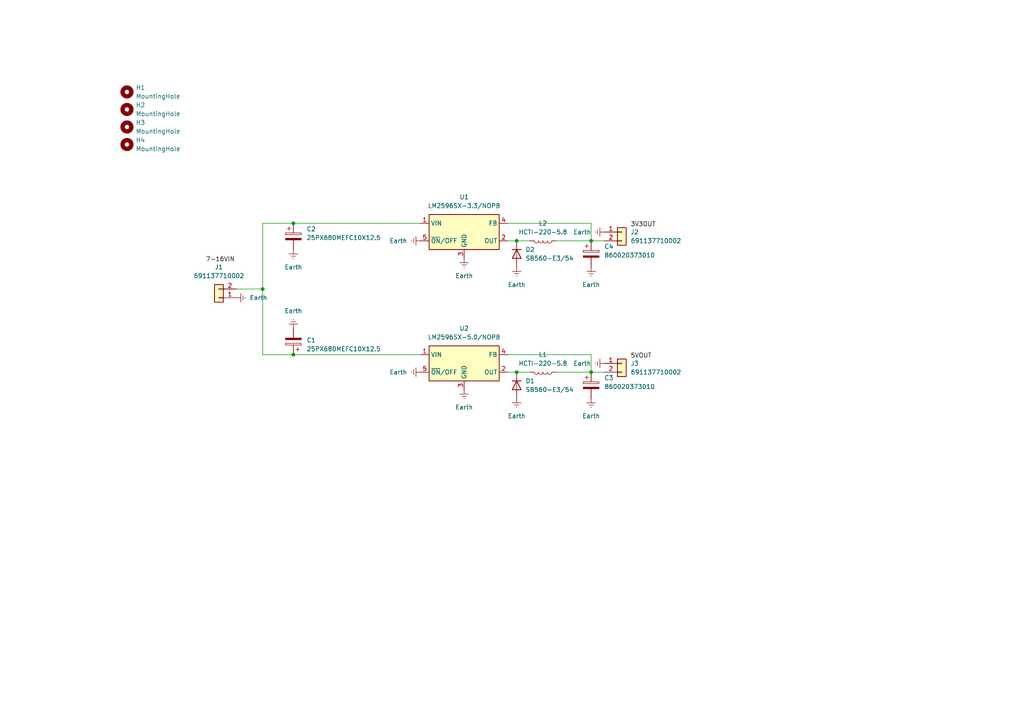
<source format=kicad_sch>
(kicad_sch (version 20231120) (generator "eeschema") (generator_version "8.0")
  (paper "A4")
  (lib_symbols
    (symbol "Connector_Generic:Conn_01x02" (pin_names (offset 1.016) hide)
      (property "Reference" "J" (at 0 2.54 0))
      (property "Value" "Conn_01x02" (at 0 -5.08 0))
      (symbol "Conn_01x02_1_1"
        (rectangle (start -1.27 -2.413) (end 0 -2.667) (stroke (width 0.1524)))
        (rectangle (start -1.27 0.127) (end 0 -0.127) (stroke (width 0.1524)))
        (rectangle (start -1.27 1.27) (end 1.27 -3.81) (stroke (width 0.254)) (fill (type background)))
        (pin passive line (at -5.08 0 0) (length 3.81) (name "Pin_1") (number "1"))
        (pin passive line (at -5.08 -2.54 0) (length 3.81) (name "Pin_2") (number "2"))
      )
    )
    (symbol "Device:C_Polarized" (pin_numbers hide) (pin_names (offset 0.254))
      (property "Reference" "C" (at 0.635 2.54 0))
      (property "Value" "C_Polarized" (at 0.635 -2.54 0))
      (symbol "C_Polarized_0_1"
        (rectangle (start -2.286 0.508) (end 2.286 1.016))
        (polyline (pts (xy -1.778 2.286) (xy -0.762 2.286)))
        (polyline (pts (xy -1.27 2.794) (xy -1.27 1.778)))
        (rectangle (start 2.286 -0.508) (end -2.286 -1.016) (fill (type outline)))
      )
      (symbol "C_Polarized_1_1"
        (pin passive line (at 0 3.81 270) (length 2.794) (name "~") (number "1"))
        (pin passive line (at 0 -3.81 90) (length 2.794) (name "~") (number "2"))
      )
    )
    (symbol "Device:D" (pin_numbers hide) (pin_names (offset 1.016) hide)
      (property "Reference" "D" (at 0 2.54 0))
      (property "Value" "D" (at 0 -2.54 0))
      (symbol "D_0_1"
        (polyline (pts (xy -1.27 1.27) (xy -1.27 -1.27)) (stroke (width 0.254)))
        (polyline (pts (xy 1.27 0) (xy -1.27 0)))
        (polyline (pts (xy 1.27 1.27) (xy 1.27 -1.27) (xy -1.27 0) (xy 1.27 1.27)) (stroke (width 0.254)))
      )
      (symbol "D_1_1"
        (pin passive line (at -3.81 0 0) (length 2.54) (name "K") (number "1"))
        (pin passive line (at 3.81 0 180) (length 2.54) (name "A") (number "2"))
      )
    )
    (symbol "Device:L" (pin_numbers hide) (pin_names (offset 1.016) hide)
      (property "Reference" "L" (at -1.27 0 90))
      (property "Value" "L" (at 1.905 0 90))
      (symbol "L_0_1"
        (arc (start 0 -2.54) (mid 0.6323 -1.905) (end 0 -1.27))
        (arc (start 0 -1.27) (mid 0.6323 -0.635) (end 0 0))
        (arc (start 0 0) (mid 0.6323 0.635) (end 0 1.27))
        (arc (start 0 1.27) (mid 0.6323 1.905) (end 0 2.54))
      )
      (symbol "L_1_1"
        (pin passive line (at 0 3.81 270) (length 1.27) (name "1") (number "1"))
        (pin passive line (at 0 -3.81 90) (length 1.27) (name "2") (number "2"))
      )
    )
    (symbol "Mechanical:MountingHole" (pin_names (offset 1.016)) (exclude_from_sim yes) (in_bom no)
      (property "Reference" "H" (at 0 5.08 0))
      (property "Value" "MountingHole" (at 0 3.175 0))
      (symbol "MountingHole_0_1"
        (circle (center 0 0) (radius 1.27) (stroke (width 1.27)))
      )
    )
    (symbol "Regulator_Switching:LM2596S-3.3"
      (property "Reference" "U" (at -10.16 6.35 0))
      (property "Value" "LM2596S-3.3" (at 0 6.35 0))
      (symbol "LM2596S-3.3_0_1"
        (rectangle (start -10.16 5.08) (end 10.16 -5.08) (stroke (width 0.254)) (fill (type background)))
      )
      (symbol "LM2596S-3.3_1_1"
        (pin power_in line (at -12.7 2.54 0) (length 2.54) (name "VIN") (number "1"))
        (pin output line (at 12.7 -2.54 180) (length 2.54) (name "OUT") (number "2"))
        (pin power_in line (at 0 -7.62 90) (length 2.54) (name "GND") (number "3"))
        (pin input line (at 12.7 2.54 180) (length 2.54) (name "FB") (number "4"))
        (pin input line (at -12.7 -2.54 0) (length 2.54) (name "~{ON}/OFF") (number "5"))
      )
    )
    (symbol "Regulator_Switching:LM2596S-5"
      (property "Reference" "U" (at -10.16 6.35 0))
      (property "Value" "LM2596S-5" (at 0 6.35 0))
      (symbol "LM2596S-5_0_1"
        (rectangle (start -10.16 5.08) (end 10.16 -5.08) (stroke (width 0.254)) (fill (type background)))
      )
      (symbol "LM2596S-5_1_1"
        (pin power_in line (at -12.7 2.54 0) (length 2.54) (name "VIN") (number "1"))
        (pin output line (at 12.7 -2.54 180) (length 2.54) (name "OUT") (number "2"))
        (pin power_in line (at 0 -7.62 90) (length 2.54) (name "GND") (number "3"))
        (pin input line (at 12.7 2.54 180) (length 2.54) (name "FB") (number "4"))
        (pin input line (at -12.7 -2.54 0) (length 2.54) (name "~{ON}/OFF") (number "5"))
      )
    )
    (symbol "power:Earth" (power) (pin_numbers hide) (pin_names (offset 0) hide)
      (property "Value" "Earth" (at 0 -3.81 0))
      (symbol "Earth_0_1"
        (polyline (pts (xy -0.635 -1.905) (xy 0.635 -1.905)))
        (polyline (pts (xy -0.127 -2.54) (xy 0.127 -2.54)))
        (polyline (pts (xy 0 -1.27) (xy 0 0)))
        (polyline (pts (xy 1.27 -1.27) (xy -1.27 -1.27)))
      )
      (symbol "Earth_1_1"
        (pin power_in line (at 0 0 270) (length 0) (name "~") (number "1"))
      )
    )
  )
  (junction (at 171.45 107.95))
  (junction (at 149.86 69.85))
  (junction (at 85.09 102.87))
  (junction (at 149.86 107.95))
  (junction (at 171.45 69.85))
  (junction (at 85.09 64.77))
  (junction (at 76.2 83.82))
  (wire (pts (xy 85.09 64.77) (xy 121.92 64.77)))
  (wire (pts (xy 171.45 69.85) (xy 175.26 69.85)))
  (wire (pts (xy 171.45 107.95) (xy 161.29 107.95)))
  (wire (pts (xy 76.2 83.82) (xy 76.2 102.87)))
  (wire (pts (xy 171.45 69.85) (xy 161.29 69.85)))
  (wire (pts (xy 147.32 69.85) (xy 149.86 69.85)))
  (wire (pts (xy 85.09 102.87) (xy 121.92 102.87)))
  (wire (pts (xy 171.45 107.95) (xy 175.26 107.95)))
  (wire (pts (xy 85.09 64.77) (xy 76.2 64.77)))
  (wire (pts (xy 68.58 83.82) (xy 76.2 83.82)))
  (wire (pts (xy 147.32 107.95) (xy 149.86 107.95)))
  (wire (pts (xy 149.86 69.85) (xy 153.67 69.85)))
  (wire (pts (xy 76.2 64.77) (xy 76.2 83.82)))
  (wire (pts (xy 147.32 102.87) (xy 171.45 102.87)))
  (wire (pts (xy 76.2 102.87) (xy 85.09 102.87)))
  (wire (pts (xy 147.32 64.77) (xy 171.45 64.77)))
  (wire (pts (xy 149.86 107.95) (xy 153.67 107.95)))
  (wire (pts (xy 171.45 102.87) (xy 171.45 107.95)))
  (wire (pts (xy 171.45 64.77) (xy 171.45 69.85)))
  (label "3V3OUT" (at 182.88 66.04 0))
  (label "7-16VIN" (at 59.69 76.2 0))
  (label "5VOUT" (at 182.88 104.14 0))
  (symbol (lib_id "power:Earth") (at 134.62 74.93 0) (unit 1)
    (property "Reference" "#PWR06" (effects (hide yes)))
    (property "Value" "Earth" (at 134.62 80.01 0))
    (property "Description" "Power symbol creates a global label with name \"Earth\"" (effects (hide yes)))
  )
  (symbol (lib_id "power:Earth") (at 149.86 115.57 0) (unit 1)
    (property "Reference" "#PWR012" (effects (hide yes)))
    (property "Value" "Earth" (at 149.86 120.65 0))
    (property "Description" "Power symbol creates a global label with name \"Earth\"" (effects (hide yes)))
  )
  (symbol (lib_id "Device:L") (at 157.48 69.85 270) (unit 1)
    (property "Reference" "L2" (at 157.48 64.77 90))
    (property "Value" "HCTI-220-5.8" (at 157.48 67.31 90))
    (property "Footprint" "Inductor_THT:L_Radial_D14.2mm_P10.00mm_Neosid_SD14" (effects (hide yes)))
    (property "Description" "Inductor" (effects (hide yes)))
  )
  (symbol (lib_id "Connector_Generic:Conn_01x02") (at 180.34 67.31 0) (unit 1)
    (property "Reference" "J2" (at 182.88 67.3099 0) (effects (justify left)))
    (property "Value" "691137710002" (at 182.88 69.8499 0) (effects (justify left)))
    (property "Footprint" "TerminalBlock:TerminalBlock_MaiXu_MX126-5.0-02P_1x02_P5.00mm" (effects (hide yes)))
    (property "Description" "Generic connector, single row, 01x02, script generated (kicad-library-utils/schlib/autogen/connector/)" (effects (hide yes)))
  )
  (symbol (lib_id "Regulator_Switching:LM2596S-5") (at 134.62 105.41 0) (unit 1)
    (property "Reference" "U2" (at 134.62 95.25 0))
    (property "Value" "LM2596SX-5.0/NOPB" (at 134.62 97.79 0))
    (property "Footprint" "Package_TO_SOT_SMD:TO-263-5_TabPin3" (effects (hide yes)))
    (property "Datasheet" "http://www.ti.com/lit/ds/symlink/lm2596.pdf" (effects (hide yes)))
    (property "Description" "5V 3A Step-Down Voltage Regulator, TO-263" (effects (hide yes)))
  )
  (symbol (lib_id "power:Earth") (at 134.62 113.03 0) (unit 1)
    (property "Reference" "#PWR07" (effects (hide yes)))
    (property "Value" "Earth" (at 134.62 118.11 0))
    (property "Description" "Power symbol creates a global label with name \"Earth\"" (effects (hide yes)))
  )
  (symbol (lib_id "power:Earth") (at 149.86 77.47 0) (unit 1)
    (property "Reference" "#PWR011" (effects (hide yes)))
    (property "Value" "Earth" (at 149.86 82.55 0))
    (property "Description" "Power symbol creates a global label with name \"Earth\"" (effects (hide yes)))
  )
  (symbol (lib_id "Mechanical:MountingHole") (at 36.83 36.83 0) (unit 1) (exclude_from_sim yes) (in_bom no)
    (property "Reference" "H3" (at 39.37 35.5599 0) (effects (justify left)))
    (property "Value" "MountingHole" (at 39.37 38.0999 0) (effects (justify left)))
    (property "Footprint" "MountingHole:MountingHole_2.5mm" (effects (hide yes)))
    (property "Description" "Mounting Hole without connection" (effects (hide yes)))
  )
  (symbol (lib_id "Device:D") (at 149.86 111.76 270) (unit 1)
    (property "Reference" "D1" (at 152.4 110.4899 90) (effects (justify left)))
    (property "Value" "SB560-E3/54" (at 152.4 113.0299 90) (effects (justify left)))
    (property "Footprint" "Diode_THT:D_DO-27_P12.70mm_Horizontal" (effects (hide yes)))
    (property "Description" "Diode" (effects (hide yes)))
    (property "Sim.Device" "D" (effects (hide yes)))
    (property "Sim.Pins" "1=K 2=A" (effects (hide yes)))
  )
  (symbol (lib_id "Device:D") (at 149.86 73.66 270) (unit 1)
    (property "Reference" "D2" (at 152.4 72.3899 90) (effects (justify left)))
    (property "Value" "SB560-E3/54" (at 152.4 74.9299 90) (effects (justify left)))
    (property "Footprint" "Diode_THT:D_DO-27_P12.70mm_Horizontal" (effects (hide yes)))
    (property "Description" "Diode" (effects (hide yes)))
    (property "Sim.Device" "D" (effects (hide yes)))
    (property "Sim.Pins" "1=K 2=A" (effects (hide yes)))
  )
  (symbol (lib_id "Connector_Generic:Conn_01x02") (at 180.34 105.41 0) (unit 1)
    (property "Reference" "J3" (at 182.88 105.4099 0) (effects (justify left)))
    (property "Value" "691137710002" (at 182.88 107.9499 0) (effects (justify left)))
    (property "Footprint" "TerminalBlock:TerminalBlock_MaiXu_MX126-5.0-02P_1x02_P5.00mm" (effects (hide yes)))
    (property "Description" "Generic connector, single row, 01x02, script generated (kicad-library-utils/schlib/autogen/connector/)" (effects (hide yes)))
  )
  (symbol (lib_id "power:Earth") (at 68.58 86.36 90) (unit 1)
    (property "Reference" "#PWR01" (effects (hide yes)))
    (property "Value" "Earth" (at 72.39 86.3599 90) (effects (justify right)))
    (property "Description" "Power symbol creates a global label with name \"Earth\"" (effects (hide yes)))
  )
  (symbol (lib_id "Connector_Generic:Conn_01x02") (at 63.5 86.36 180) (unit 1)
    (property "Reference" "J1" (at 63.5 77.47 0))
    (property "Value" "691137710002" (at 63.5 80.01 0))
    (property "Footprint" "TerminalBlock:TerminalBlock_MaiXu_MX126-5.0-02P_1x02_P5.00mm" (effects (hide yes)))
    (property "Description" "Generic connector, single row, 01x02, script generated (kicad-library-utils/schlib/autogen/connector/)" (effects (hide yes)))
  )
  (symbol (lib_id "Device:C_Polarized") (at 85.09 99.06 180) (unit 1)
    (property "Reference" "C1" (at 88.9 98.6789 0) (effects (justify right)))
    (property "Value" "25PX680MEFC10X12.5" (at 88.9 101.2189 0) (effects (justify right)))
    (property "Footprint" "Capacitor_THT:CP_Radial_D10.0mm_P5.00mm" (effects (hide yes)))
    (property "Description" "Polarized capacitor" (effects (hide yes)))
  )
  (symbol (lib_id "Regulator_Switching:LM2596S-3.3") (at 134.62 67.31 0) (unit 1)
    (property "Reference" "U1" (at 134.62 57.15 0))
    (property "Value" "LM2596SX-3.3/NOPB" (at 134.62 59.69 0))
    (property "Footprint" "Package_TO_SOT_SMD:TO-263-5_TabPin3" (effects (hide yes)))
    (property "Datasheet" "http://www.ti.com/lit/ds/symlink/lm2596.pdf" (effects (hide yes)))
    (property "Description" "3.3V 3A Step-Down Voltage Regulator, TO-263" (effects (hide yes)))
  )
  (symbol (lib_id "Mechanical:MountingHole") (at 36.83 26.67 0) (unit 1) (exclude_from_sim yes) (in_bom no)
    (property "Reference" "H1" (at 39.37 25.3999 0) (effects (justify left)))
    (property "Value" "MountingHole" (at 39.37 27.9399 0) (effects (justify left)))
    (property "Footprint" "MountingHole:MountingHole_2.5mm" (effects (hide yes)))
    (property "Description" "Mounting Hole without connection" (effects (hide yes)))
  )
  (symbol (lib_id "power:Earth") (at 175.26 67.31 270) (unit 1)
    (property "Reference" "#PWR02" (effects (hide yes)))
    (property "Value" "Earth" (at 171.45 67.3099 90) (effects (justify right)))
    (property "Description" "Power symbol creates a global label with name \"Earth\"" (effects (hide yes)))
  )
  (symbol (lib_id "power:Earth") (at 121.92 69.85 270) (unit 1)
    (property "Reference" "#PWR09" (effects (hide yes)))
    (property "Value" "Earth" (at 118.11 69.8499 90) (effects (justify right)))
    (property "Description" "Power symbol creates a global label with name \"Earth\"" (effects (hide yes)))
  )
  (symbol (lib_id "power:Earth") (at 175.26 105.41 270) (unit 1)
    (property "Reference" "#PWR03" (effects (hide yes)))
    (property "Value" "Earth" (at 171.45 105.4099 90) (effects (justify right)))
    (property "Description" "Power symbol creates a global label with name \"Earth\"" (effects (hide yes)))
  )
  (symbol (lib_id "power:Earth") (at 85.09 72.39 0) (unit 1)
    (property "Reference" "#PWR04" (effects (hide yes)))
    (property "Value" "Earth" (at 85.09 77.47 0))
    (property "Description" "Power symbol creates a global label with name \"Earth\"" (effects (hide yes)))
  )
  (symbol (lib_id "Mechanical:MountingHole") (at 36.83 41.91 0) (unit 1) (exclude_from_sim yes) (in_bom no)
    (property "Reference" "H4" (at 39.37 40.6399 0) (effects (justify left)))
    (property "Value" "MountingHole" (at 39.37 43.1799 0) (effects (justify left)))
    (property "Footprint" "MountingHole:MountingHole_2.5mm" (effects (hide yes)))
    (property "Description" "Mounting Hole without connection" (effects (hide yes)))
  )
  (symbol (lib_id "power:Earth") (at 171.45 77.47 0) (unit 1)
    (property "Reference" "#PWR010" (effects (hide yes)))
    (property "Value" "Earth" (at 171.45 82.55 0))
    (property "Description" "Power symbol creates a global label with name \"Earth\"" (effects (hide yes)))
  )
  (symbol (lib_id "power:Earth") (at 85.09 95.25 180) (unit 1)
    (property "Reference" "#PWR05" (effects (hide yes)))
    (property "Value" "Earth" (at 85.09 90.17 0))
    (property "Description" "Power symbol creates a global label with name \"Earth\"" (effects (hide yes)))
  )
  (symbol (lib_id "power:Earth") (at 171.45 115.57 0) (unit 1)
    (property "Reference" "#PWR013" (effects (hide yes)))
    (property "Value" "Earth" (at 171.45 120.65 0))
    (property "Description" "Power symbol creates a global label with name \"Earth\"" (effects (hide yes)))
  )
  (symbol (lib_id "Device:L") (at 157.48 107.95 270) (unit 1)
    (property "Reference" "L1" (at 157.48 102.87 90))
    (property "Value" "HCTI-220-5.8" (at 157.48 105.41 90))
    (property "Footprint" "Inductor_THT:L_Radial_D14.2mm_P10.00mm_Neosid_SD14" (effects (hide yes)))
    (property "Description" "Inductor" (effects (hide yes)))
  )
  (symbol (lib_id "Device:C_Polarized") (at 85.09 68.58 0) (unit 1)
    (property "Reference" "C2" (at 88.9 66.4209 0) (effects (justify left)))
    (property "Value" "25PX680MEFC10X12.5" (at 88.9 68.9609 0) (effects (justify left)))
    (property "Footprint" "Capacitor_THT:CP_Radial_D10.0mm_P5.00mm" (effects (hide yes)))
    (property "Description" "Polarized capacitor" (effects (hide yes)))
  )
  (symbol (lib_id "Device:C_Polarized") (at 171.45 73.66 0) (unit 1)
    (property "Reference" "C4" (at 175.26 71.5009 0) (effects (justify left)))
    (property "Value" "860020373010" (at 175.26 74.0409 0) (effects (justify left)))
    (property "Footprint" "Capacitor_THT:CP_Radial_D6.3mm_P2.50mm" (effects (hide yes)))
    (property "Description" "Polarized capacitor" (effects (hide yes)))
  )
  (symbol (lib_id "power:Earth") (at 121.92 107.95 270) (unit 1)
    (property "Reference" "#PWR08" (effects (hide yes)))
    (property "Value" "Earth" (at 118.11 107.9499 90) (effects (justify right)))
    (property "Description" "Power symbol creates a global label with name \"Earth\"" (effects (hide yes)))
  )
  (symbol (lib_id "Mechanical:MountingHole") (at 36.83 31.75 0) (unit 1) (exclude_from_sim yes) (in_bom no)
    (property "Reference" "H2" (at 39.37 30.4799 0) (effects (justify left)))
    (property "Value" "MountingHole" (at 39.37 33.0199 0) (effects (justify left)))
    (property "Footprint" "MountingHole:MountingHole_2.5mm" (effects (hide yes)))
    (property "Description" "Mounting Hole without connection" (effects (hide yes)))
  )
  (symbol (lib_id "Device:C_Polarized") (at 171.45 111.76 0) (unit 1)
    (property "Reference" "C3" (at 175.26 109.6009 0) (effects (justify left)))
    (property "Value" "860020373010" (at 175.26 112.1409 0) (effects (justify left)))
    (property "Footprint" "Capacitor_THT:CP_Radial_D6.3mm_P2.50mm" (effects (hide yes)))
    (property "Description" "Polarized capacitor" (effects (hide yes)))
  )
)
</source>
